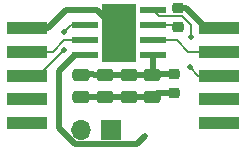
<source format=gbr>
%TF.GenerationSoftware,KiCad,Pcbnew,8.0.7*%
%TF.CreationDate,2025-01-17T17:05:41+01:00*%
%TF.ProjectId,board,626f6172-642e-46b6-9963-61645f706362,rev?*%
%TF.SameCoordinates,Original*%
%TF.FileFunction,Copper,L1,Top*%
%TF.FilePolarity,Positive*%
%FSLAX46Y46*%
G04 Gerber Fmt 4.6, Leading zero omitted, Abs format (unit mm)*
G04 Created by KiCad (PCBNEW 8.0.7) date 2025-01-17 17:05:41*
%MOMM*%
%LPD*%
G01*
G04 APERTURE LIST*
G04 Aperture macros list*
%AMRoundRect*
0 Rectangle with rounded corners*
0 $1 Rounding radius*
0 $2 $3 $4 $5 $6 $7 $8 $9 X,Y pos of 4 corners*
0 Add a 4 corners polygon primitive as box body*
4,1,4,$2,$3,$4,$5,$6,$7,$8,$9,$2,$3,0*
0 Add four circle primitives for the rounded corners*
1,1,$1+$1,$2,$3*
1,1,$1+$1,$4,$5*
1,1,$1+$1,$6,$7*
1,1,$1+$1,$8,$9*
0 Add four rect primitives between the rounded corners*
20,1,$1+$1,$2,$3,$4,$5,0*
20,1,$1+$1,$4,$5,$6,$7,0*
20,1,$1+$1,$6,$7,$8,$9,0*
20,1,$1+$1,$8,$9,$2,$3,0*%
G04 Aperture macros list end*
%TA.AperFunction,ComponentPad*%
%ADD10R,1.700000X1.700000*%
%TD*%
%TA.AperFunction,ComponentPad*%
%ADD11O,1.700000X1.700000*%
%TD*%
%TA.AperFunction,SMDPad,CuDef*%
%ADD12R,2.200000X0.500000*%
%TD*%
%TA.AperFunction,ComponentPad*%
%ADD13C,0.630000*%
%TD*%
%TA.AperFunction,SMDPad,CuDef*%
%ADD14R,2.950000X4.900000*%
%TD*%
%TA.AperFunction,SMDPad,CuDef*%
%ADD15RoundRect,0.225000X0.250000X-0.225000X0.250000X0.225000X-0.250000X0.225000X-0.250000X-0.225000X0*%
%TD*%
%TA.AperFunction,SMDPad,CuDef*%
%ADD16R,3.500000X1.000000*%
%TD*%
%TA.AperFunction,SMDPad,CuDef*%
%ADD17RoundRect,0.225000X-0.250000X0.225000X-0.250000X-0.225000X0.250000X-0.225000X0.250000X0.225000X0*%
%TD*%
%TA.AperFunction,SMDPad,CuDef*%
%ADD18RoundRect,0.250000X-0.475000X0.250000X-0.475000X-0.250000X0.475000X-0.250000X0.475000X0.250000X0*%
%TD*%
%TA.AperFunction,ViaPad*%
%ADD19C,0.500000*%
%TD*%
%TA.AperFunction,Conductor*%
%ADD20C,0.500000*%
%TD*%
%TA.AperFunction,Conductor*%
%ADD21C,0.200000*%
%TD*%
G04 APERTURE END LIST*
D10*
%TO.P,J3,1,Pin_1*%
%TO.N,GND*%
X149500000Y-101100000D03*
D11*
%TO.P,J3,2,Pin_2*%
%TO.N,/mc/V+*%
X146960000Y-101100000D03*
%TD*%
D12*
%TO.P,U1,1,GND*%
%TO.N,GND*%
X147325000Y-90975000D03*
%TO.P,U1,2,IN2*%
%TO.N,/mc/IN2*%
X147325000Y-92245000D03*
%TO.P,U1,3,IN1*%
%TO.N,/mc/IN1*%
X147325000Y-93515000D03*
%TO.P,U1,4,VREF*%
%TO.N,/mc/VREF*%
X147325000Y-94785000D03*
%TO.P,U1,5,VM*%
%TO.N,/mc/V+*%
X153075000Y-94785000D03*
%TO.P,U1,6,OUT1*%
%TO.N,/mc/OUT1*%
X153075000Y-93515000D03*
%TO.P,U1,7,ISEN*%
%TO.N,/mc/ISEN*%
X153075000Y-92245000D03*
%TO.P,U1,8,OUT2*%
%TO.N,/mc/OUT2*%
X153075000Y-90975000D03*
D13*
%TO.P,U1,9,GND*%
%TO.N,GND*%
X149550000Y-91580000D03*
X149550000Y-92880000D03*
X149550000Y-94180000D03*
D14*
X150200000Y-92880000D03*
D13*
X150850000Y-91580000D03*
X150850000Y-92880000D03*
X150850000Y-94180000D03*
%TD*%
D15*
%TO.P,R1,1*%
%TO.N,/mc/ISEN*%
X155200000Y-92350000D03*
%TO.P,R1,2*%
%TO.N,GND*%
X155200000Y-90800000D03*
%TD*%
D16*
%TO.P,J2,1,GND*%
%TO.N,GND*%
X142350000Y-92500000D03*
%TO.P,J2,2,GPIO0*%
%TO.N,/mc/IN1*%
X142350000Y-94500000D03*
%TO.P,J2,3,GPIO1*%
%TO.N,/mc/IN2*%
X142350000Y-96500000D03*
%TO.P,J2,4,GPIO2*%
%TO.N,unconnected-(J2-GPIO2-Pad4)*%
X142350000Y-98500000D03*
%TO.P,J2,5,GPIO3*%
%TO.N,unconnected-(J2-GPIO3-Pad5)*%
X142350000Y-100500000D03*
%TD*%
%TO.P,J1,1,GND*%
%TO.N,GND*%
X158650000Y-92500000D03*
%TO.P,J1,2,GPIO0*%
%TO.N,/mc/OUT1*%
X158650000Y-94500000D03*
%TO.P,J1,3,GPIO1*%
%TO.N,/mc/OUT2*%
X158650000Y-96500000D03*
%TO.P,J1,4,GPIO2*%
%TO.N,unconnected-(J1-GPIO2-Pad4)*%
X158650000Y-98500000D03*
%TO.P,J1,5,GPIO3*%
%TO.N,unconnected-(J1-GPIO3-Pad5)*%
X158650000Y-100500000D03*
%TD*%
D17*
%TO.P,C5,1*%
%TO.N,/mc/V+*%
X154800000Y-96400000D03*
%TO.P,C5,2*%
%TO.N,GND*%
X154800000Y-97950000D03*
%TD*%
D18*
%TO.P,C4,1*%
%TO.N,/mc/V+*%
X147000000Y-96450000D03*
%TO.P,C4,2*%
%TO.N,GND*%
X147000000Y-98350000D03*
%TD*%
%TO.P,C3,1*%
%TO.N,/mc/V+*%
X149000000Y-96450000D03*
%TO.P,C3,2*%
%TO.N,GND*%
X149000000Y-98350000D03*
%TD*%
%TO.P,C2,1*%
%TO.N,/mc/V+*%
X151000000Y-96450000D03*
%TO.P,C2,2*%
%TO.N,GND*%
X151000000Y-98350000D03*
%TD*%
%TO.P,C1,1*%
%TO.N,/mc/V+*%
X153000000Y-96450000D03*
%TO.P,C1,2*%
%TO.N,GND*%
X153000000Y-98350000D03*
%TD*%
D19*
%TO.N,/mc/VREF*%
X152400000Y-101650000D03*
X145100000Y-98450000D03*
%TO.N,/mc/OUT2*%
X156250000Y-93250000D03*
X156200000Y-95800000D03*
%TO.N,GND*%
X156425000Y-91375000D03*
X150000000Y-98350000D03*
%TO.N,/mc/V+*%
X148000000Y-96400000D03*
%TO.N,/mc/IN2*%
X145500000Y-92850000D03*
X145500000Y-94300000D03*
%TD*%
D20*
%TO.N,/mc/V+*%
X148050000Y-96450000D02*
X148000000Y-96400000D01*
X149000000Y-96450000D02*
X148050000Y-96450000D01*
D21*
%TO.N,/mc/OUT2*%
X155477000Y-91477000D02*
X156250000Y-92250000D01*
%TO.N,/mc/ISEN*%
X153075000Y-92245000D02*
X155095000Y-92245000D01*
%TO.N,/mc/OUT1*%
X156050000Y-94500000D02*
X158650000Y-94500000D01*
X155065000Y-93515000D02*
X156050000Y-94500000D01*
%TO.N,/mc/OUT2*%
X153577000Y-91477000D02*
X155477000Y-91477000D01*
D20*
%TO.N,/mc/V+*%
X153075000Y-96375000D02*
X153000000Y-96450000D01*
X153075000Y-94785000D02*
X153075000Y-96375000D01*
D21*
%TO.N,/mc/OUT1*%
X153075000Y-93515000D02*
X155065000Y-93515000D01*
D20*
%TO.N,/mc/VREF*%
X145100000Y-96130000D02*
X145100000Y-98450000D01*
X147325000Y-94785000D02*
X146445000Y-94785000D01*
D21*
%TO.N,/mc/IN1*%
X145535000Y-93515000D02*
X147325000Y-93515000D01*
%TO.N,/mc/ISEN*%
X155095000Y-92245000D02*
X155200000Y-92350000D01*
%TO.N,/mc/IN1*%
X142350000Y-94500000D02*
X144550000Y-94500000D01*
D20*
%TO.N,GND*%
X145675000Y-90975000D02*
X147325000Y-90975000D01*
%TO.N,/mc/VREF*%
X146445000Y-94785000D02*
X145100000Y-96130000D01*
%TO.N,GND*%
X144150000Y-92500000D02*
X145675000Y-90975000D01*
X147325000Y-90975000D02*
X148295000Y-90975000D01*
X148295000Y-90975000D02*
X150200000Y-92880000D01*
D21*
%TO.N,/mc/IN2*%
X145500000Y-92850000D02*
X146105000Y-92245000D01*
D20*
%TO.N,GND*%
X142350000Y-92500000D02*
X144150000Y-92500000D01*
D21*
%TO.N,/mc/OUT2*%
X153075000Y-90975000D02*
X153577000Y-91477000D01*
%TO.N,/mc/IN2*%
X146105000Y-92245000D02*
X147325000Y-92245000D01*
%TO.N,/mc/OUT2*%
X156250000Y-92250000D02*
X156250000Y-93250000D01*
%TO.N,/mc/IN1*%
X144550000Y-94500000D02*
X145535000Y-93515000D01*
D20*
%TO.N,/mc/VREF*%
X145100000Y-100975241D02*
X145100000Y-98450000D01*
X146451759Y-102327000D02*
X145100000Y-100975241D01*
X151723000Y-102327000D02*
X146451759Y-102327000D01*
X152400000Y-101650000D02*
X151723000Y-102327000D01*
D21*
%TO.N,/mc/OUT2*%
X156900000Y-96500000D02*
X158650000Y-96500000D01*
X156200000Y-95800000D02*
X156900000Y-96500000D01*
D20*
%TO.N,GND*%
X156425000Y-91375000D02*
X155850000Y-90800000D01*
X157550000Y-92500000D02*
X156425000Y-91375000D01*
X155850000Y-90800000D02*
X155200000Y-90800000D01*
X158650000Y-92500000D02*
X157550000Y-92500000D01*
X153400000Y-97950000D02*
X153000000Y-98350000D01*
X154800000Y-97950000D02*
X153400000Y-97950000D01*
X153000000Y-98350000D02*
X150000000Y-98350000D01*
X147000000Y-98350000D02*
X150000000Y-98350000D01*
%TO.N,/mc/V+*%
X151000000Y-96450000D02*
X149000000Y-96450000D01*
X153000000Y-96450000D02*
X151000000Y-96450000D01*
X153050000Y-96400000D02*
X153000000Y-96450000D01*
X154800000Y-96400000D02*
X153050000Y-96400000D01*
X147050000Y-96400000D02*
X147000000Y-96450000D01*
X148000000Y-96400000D02*
X147050000Y-96400000D01*
D21*
%TO.N,/mc/IN2*%
X143300000Y-96500000D02*
X145500000Y-94300000D01*
X142350000Y-96500000D02*
X143300000Y-96500000D01*
%TD*%
M02*

</source>
